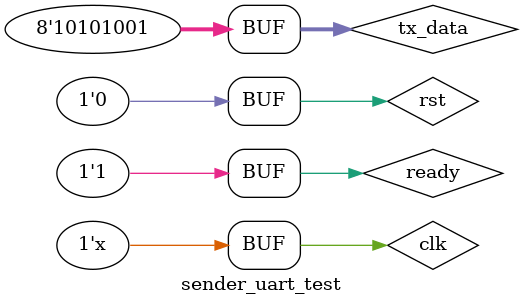
<source format=v>
`timescale 1ns / 1ps

module sender_uart_test;

	// Inputs
	reg clk;
	reg rst;
	reg [7:0] tx_data;
	reg ready;

	// Outputs
	wire tx_out;

	// Instantiate the Unit Under Test (UUT)
	sender_uart uut (
		.clk(clk), 
		.rst(rst), 
		.tx_data(tx_data), 
		.ready(ready), 
		.tx_out(tx_out)
	);

	always #1 clk = ~clk;

	initial begin
		clk = 0;
		rst = 0;
		#1
		tx_data = 8'b1100_1101;
		ready = 1;
		#20
		tx_data = 8'b1010_1001;
	end


endmodule


</source>
